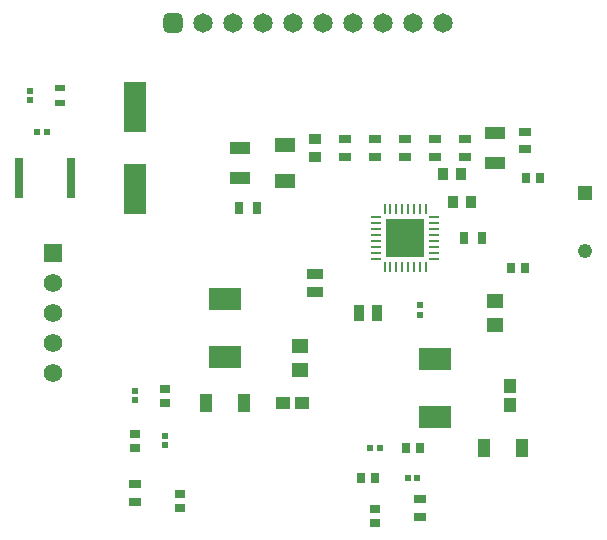
<source format=gbr>
G04*
G04 #@! TF.GenerationSoftware,Altium Limited,Altium Designer,24.0.1 (36)*
G04*
G04 Layer_Color=255*
%FSLAX25Y25*%
%MOIN*%
G70*
G04*
G04 #@! TF.SameCoordinates,852D5C1C-0582-447D-AFC5-A22B4F0E1159*
G04*
G04*
G04 #@! TF.FilePolarity,Positive*
G04*
G01*
G75*
%ADD16R,0.05709X0.04724*%
%ADD17R,0.03543X0.04331*%
%ADD18R,0.10984X0.07500*%
%ADD19R,0.03150X0.03937*%
%ADD21R,0.01000X0.03200*%
%ADD22R,0.03200X0.01000*%
%ADD23R,0.03543X0.02953*%
%ADD24R,0.02953X0.03543*%
%ADD25R,0.03937X0.03150*%
%ADD26R,0.03937X0.02953*%
%ADD27R,0.07480X0.16535*%
%ADD28R,0.02047X0.02047*%
%ADD29R,0.03937X0.05906*%
%ADD30R,0.04750X0.04206*%
%ADD31R,0.02047X0.02047*%
%ADD32R,0.04206X0.04750*%
%ADD33R,0.03740X0.05315*%
%ADD34R,0.02965X0.13792*%
%ADD35R,0.03347X0.02461*%
%ADD36R,0.06693X0.04331*%
%ADD37R,0.07087X0.04921*%
%ADD38R,0.04331X0.03543*%
%ADD39R,0.05315X0.03740*%
%ADD43R,0.12800X0.12800*%
%ADD49C,0.04800*%
%ADD50R,0.04800X0.04800*%
%ADD51C,0.06181*%
%ADD52R,0.06181X0.06181*%
%ADD56C,0.06496*%
G04:AMPARAMS|DCode=57|XSize=64.96mil|YSize=64.96mil|CornerRadius=16.24mil|HoleSize=0mil|Usage=FLASHONLY|Rotation=180.000|XOffset=0mil|YOffset=0mil|HoleType=Round|Shape=RoundedRectangle|*
%AMROUNDEDRECTD57*
21,1,0.06496,0.03248,0,0,180.0*
21,1,0.03248,0.06496,0,0,180.0*
1,1,0.03248,-0.01624,0.01624*
1,1,0.03248,0.01624,0.01624*
1,1,0.03248,0.01624,-0.01624*
1,1,0.03248,-0.01624,-0.01624*
%
%ADD57ROUNDEDRECTD57*%
D16*
X117500Y166063D02*
D03*
Y173937D02*
D03*
X182500Y188937D02*
D03*
Y181063D02*
D03*
D17*
X168547Y222000D02*
D03*
X174453D02*
D03*
X165047Y231500D02*
D03*
X170953D02*
D03*
D18*
X162500Y169549D02*
D03*
Y150451D02*
D03*
X92500Y170451D02*
D03*
Y189549D02*
D03*
D19*
X172047Y210000D02*
D03*
X177953D02*
D03*
X97047Y220000D02*
D03*
X102953D02*
D03*
D21*
X145610Y219650D02*
D03*
X147579D02*
D03*
X149547D02*
D03*
X151516D02*
D03*
X153484D02*
D03*
X155453D02*
D03*
X157421D02*
D03*
X159390D02*
D03*
Y200350D02*
D03*
X157421D02*
D03*
X155453D02*
D03*
X153484D02*
D03*
X151516D02*
D03*
X149547D02*
D03*
X147579D02*
D03*
X145610D02*
D03*
D22*
X162150Y216890D02*
D03*
Y214921D02*
D03*
Y212953D02*
D03*
Y210984D02*
D03*
Y209016D02*
D03*
Y207047D02*
D03*
Y205079D02*
D03*
Y203110D02*
D03*
X142850D02*
D03*
Y205079D02*
D03*
Y207047D02*
D03*
Y209016D02*
D03*
Y210984D02*
D03*
Y212953D02*
D03*
Y214921D02*
D03*
Y216890D02*
D03*
D23*
X77500Y124862D02*
D03*
Y120138D02*
D03*
X142500Y115138D02*
D03*
Y119862D02*
D03*
X72500Y159862D02*
D03*
Y155138D02*
D03*
X62500Y140138D02*
D03*
Y144862D02*
D03*
D24*
X192638Y230000D02*
D03*
X197362D02*
D03*
X137638Y130000D02*
D03*
X142362D02*
D03*
X157362Y140000D02*
D03*
X152638D02*
D03*
X187638Y200000D02*
D03*
X192362D02*
D03*
D25*
X152500Y237047D02*
D03*
Y242953D02*
D03*
X192500Y239547D02*
D03*
Y245453D02*
D03*
X172500Y237047D02*
D03*
Y242953D02*
D03*
X132500Y237047D02*
D03*
Y242953D02*
D03*
X142500Y237047D02*
D03*
Y242953D02*
D03*
X162500Y237047D02*
D03*
Y242953D02*
D03*
D26*
X157500Y117047D02*
D03*
Y122953D02*
D03*
X62500Y122047D02*
D03*
Y127953D02*
D03*
D27*
Y226220D02*
D03*
Y253780D02*
D03*
D28*
Y159075D02*
D03*
Y155925D02*
D03*
X72500Y140925D02*
D03*
Y144075D02*
D03*
X27500Y259075D02*
D03*
Y255925D02*
D03*
X157500Y184425D02*
D03*
Y187575D02*
D03*
D29*
X86201Y155000D02*
D03*
X98799D02*
D03*
X178701Y140000D02*
D03*
X191299D02*
D03*
D30*
X111749Y155000D02*
D03*
X118251D02*
D03*
D31*
X140925Y140000D02*
D03*
X144075D02*
D03*
X156575Y130000D02*
D03*
X153425D02*
D03*
X33075Y245500D02*
D03*
X29925D02*
D03*
D32*
X187500Y154249D02*
D03*
Y160751D02*
D03*
D33*
X137047Y185000D02*
D03*
X142953D02*
D03*
D34*
X41260Y230000D02*
D03*
X23740D02*
D03*
D35*
X37500Y260108D02*
D03*
Y254892D02*
D03*
D36*
X97500Y240118D02*
D03*
Y229882D02*
D03*
X182500Y234882D02*
D03*
Y245118D02*
D03*
D37*
X112500Y228996D02*
D03*
Y241004D02*
D03*
D38*
X122500Y237047D02*
D03*
Y242953D02*
D03*
D39*
Y192047D02*
D03*
Y197953D02*
D03*
D43*
X152500Y210000D02*
D03*
D49*
X212500Y205787D02*
D03*
D50*
Y225000D02*
D03*
D51*
X35000Y165000D02*
D03*
Y175000D02*
D03*
Y185000D02*
D03*
Y195000D02*
D03*
D52*
Y205000D02*
D03*
D56*
X125000Y281594D02*
D03*
X115000D02*
D03*
X105000D02*
D03*
X85000D02*
D03*
X95000D02*
D03*
X135000D02*
D03*
X145000D02*
D03*
X155000D02*
D03*
X165000D02*
D03*
D57*
X75000D02*
D03*
M02*

</source>
